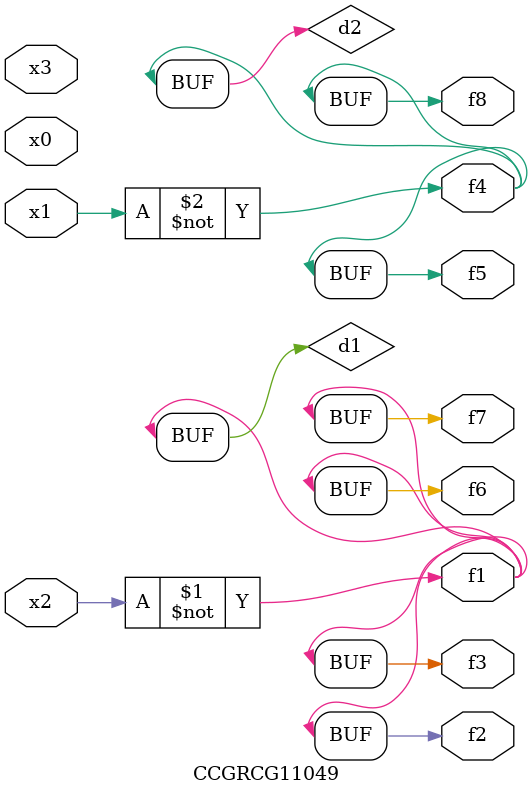
<source format=v>
module CCGRCG11049(
	input x0, x1, x2, x3,
	output f1, f2, f3, f4, f5, f6, f7, f8
);

	wire d1, d2;

	xnor (d1, x2);
	not (d2, x1);
	assign f1 = d1;
	assign f2 = d1;
	assign f3 = d1;
	assign f4 = d2;
	assign f5 = d2;
	assign f6 = d1;
	assign f7 = d1;
	assign f8 = d2;
endmodule

</source>
